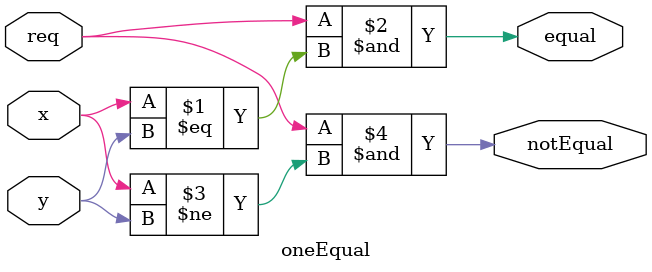
<source format=v>
`timescale 1ns / 1ps

module oneEqual (req,equal,notEqual,x,y);
input req,x,y;
output wire equal,notEqual;

assign equal=req&(x==y);
assign notEqual=req&(x!=y);

endmodule


</source>
